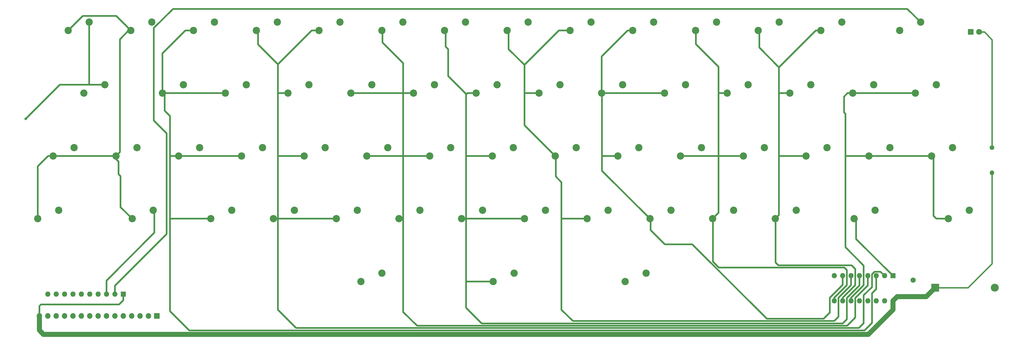
<source format=gbr>
%TF.GenerationSoftware,KiCad,Pcbnew,7.0.7*%
%TF.CreationDate,2024-01-28T23:49:52+00:00*%
%TF.ProjectId,Lynx-Keyboard,4c796e78-2d4b-4657-9962-6f6172642e6b,rev?*%
%TF.SameCoordinates,Original*%
%TF.FileFunction,Copper,L1,Top*%
%TF.FilePolarity,Positive*%
%FSLAX46Y46*%
G04 Gerber Fmt 4.6, Leading zero omitted, Abs format (unit mm)*
G04 Created by KiCad (PCBNEW 7.0.7) date 2024-01-28 23:49:52*
%MOMM*%
%LPD*%
G01*
G04 APERTURE LIST*
%TA.AperFunction,ComponentPad*%
%ADD10R,1.800000X1.800000*%
%TD*%
%TA.AperFunction,ComponentPad*%
%ADD11C,1.800000*%
%TD*%
%TA.AperFunction,ComponentPad*%
%ADD12R,2.400000X2.400000*%
%TD*%
%TA.AperFunction,ComponentPad*%
%ADD13O,2.400000X2.400000*%
%TD*%
%TA.AperFunction,ComponentPad*%
%ADD14C,2.200000*%
%TD*%
%TA.AperFunction,ComponentPad*%
%ADD15R,1.600000X1.600000*%
%TD*%
%TA.AperFunction,ComponentPad*%
%ADD16O,1.600000X1.600000*%
%TD*%
%TA.AperFunction,ComponentPad*%
%ADD17C,1.600000*%
%TD*%
%TA.AperFunction,ComponentPad*%
%ADD18C,1.400000*%
%TD*%
%TA.AperFunction,ComponentPad*%
%ADD19O,1.400000X1.400000*%
%TD*%
%TA.AperFunction,ComponentPad*%
%ADD20R,1.700000X1.700000*%
%TD*%
%TA.AperFunction,ComponentPad*%
%ADD21O,1.700000X1.700000*%
%TD*%
%TA.AperFunction,ViaPad*%
%ADD22C,0.800000*%
%TD*%
%TA.AperFunction,Conductor*%
%ADD23C,0.500000*%
%TD*%
%TA.AperFunction,Conductor*%
%ADD24C,0.400000*%
%TD*%
%TA.AperFunction,Conductor*%
%ADD25C,1.500000*%
%TD*%
G04 APERTURE END LIST*
D10*
%TO.P,D18,1,K*%
%TO.N,GND*%
X328600000Y-50690000D03*
D11*
%TO.P,D18,2,A*%
%TO.N,Net-(D18-A)*%
X331140000Y-50690000D03*
%TD*%
D12*
%TO.P,C2,1*%
%TO.N,+5V*%
X317850000Y-128112500D03*
D13*
%TO.P,C2,2*%
%TO.N,GND*%
X335850000Y-128112500D03*
%TD*%
D14*
%TO.P,SW41,1,A*%
%TO.N,ROW4*%
X76100000Y-85700000D03*
%TO.P,SW41,2,B*%
%TO.N,COL0*%
X69750000Y-88240000D03*
%TD*%
%TO.P,SW74,1,A*%
%TO.N,!RST*%
X313400000Y-47700000D03*
%TO.P,SW74,2,B*%
%TO.N,GND*%
X307050000Y-50240000D03*
%TD*%
%TO.P,SW5,1,A*%
%TO.N,ROW0*%
X175600000Y-47700000D03*
%TO.P,SW5,2,B*%
%TO.N,COL4*%
X169250000Y-50240000D03*
%TD*%
%TO.P,SW56,1,A*%
%TO.N,ROW5*%
X209100000Y-85700000D03*
%TO.P,SW56,2,B*%
%TO.N,COL5*%
X202750000Y-88240000D03*
%TD*%
%TO.P,SW4,1,A*%
%TO.N,ROW0*%
X156600000Y-47700000D03*
%TO.P,SW4,2,B*%
%TO.N,COL3*%
X150250000Y-50240000D03*
%TD*%
%TO.P,SW22,1,A*%
%TO.N,ROW2*%
X128200000Y-66700000D03*
%TO.P,SW22,2,B*%
%TO.N,COL1*%
X121850000Y-69240000D03*
%TD*%
%TO.P,SW44,1,A*%
%TO.N,ROW4*%
X171100000Y-85700000D03*
%TO.P,SW44,2,B*%
%TO.N,COL3*%
X164750000Y-88240000D03*
%TD*%
%TO.P,SW64,1,A*%
%TO.N,ROW6*%
X161800000Y-104700000D03*
%TO.P,SW64,2,B*%
%TO.N,COL3*%
X155450000Y-107240000D03*
%TD*%
%TO.P,SW72,1,A*%
%TO.N,ROW6*%
X150300000Y-123700000D03*
%TO.P,SW72,2,B*%
%TO.N,COL4*%
X143950000Y-126240000D03*
%TD*%
%TO.P,SW69,1,A*%
%TO.N,ROW6*%
X275800000Y-104700000D03*
%TO.P,SW69,2,B*%
%TO.N,COL8*%
X269450000Y-107240000D03*
%TD*%
%TO.P,SW71,1,A*%
%TO.N,ROW7*%
X81000000Y-104700000D03*
%TO.P,SW71,2,B*%
%TO.N,COL0*%
X74650000Y-107240000D03*
%TD*%
%TO.P,SW68,1,A*%
%TO.N,ROW6*%
X256800000Y-104700000D03*
%TO.P,SW68,2,B*%
%TO.N,COL7*%
X250450000Y-107240000D03*
%TD*%
%TO.P,SW66,1,A*%
%TO.N,ROW6*%
X218800000Y-104700000D03*
%TO.P,SW66,2,B*%
%TO.N,COL5*%
X212450000Y-107240000D03*
%TD*%
%TO.P,SW3,1,A*%
%TO.N,ROW0*%
X99600000Y-47700000D03*
%TO.P,SW3,2,B*%
%TO.N,COL2*%
X93250000Y-50240000D03*
%TD*%
%TO.P,SW18,1,A*%
%TO.N,ROW1*%
X261200000Y-66700000D03*
%TO.P,SW18,2,B*%
%TO.N,COL7*%
X254850000Y-69240000D03*
%TD*%
%TO.P,SW59,1,A*%
%TO.N,ROW5*%
X285100000Y-85700000D03*
%TO.P,SW59,2,B*%
%TO.N,COL8*%
X278750000Y-88240000D03*
%TD*%
D15*
%TO.P,IC1,1,~{Q0}*%
%TO.N,COL0*%
X305050000Y-124530000D03*
D16*
%TO.P,IC1,2,~{Q1}*%
%TO.N,COL1*%
X302510000Y-124530000D03*
%TO.P,IC1,3,~{Q2}*%
%TO.N,COL2*%
X299970000Y-124530000D03*
%TO.P,IC1,4,~{Q3}*%
%TO.N,COL3*%
X297430000Y-124530000D03*
%TO.P,IC1,5,~{Q4}*%
%TO.N,COL4*%
X294890000Y-124530000D03*
%TO.P,IC1,6,~{Q5}*%
%TO.N,COL5*%
X292350000Y-124530000D03*
%TO.P,IC1,7,~{Q6}*%
%TO.N,COL6*%
X289810000Y-124530000D03*
%TO.P,IC1,8,GND*%
%TO.N,GND*%
X287270000Y-124530000D03*
%TO.P,IC1,9,~{Q7}*%
%TO.N,COL7*%
X287270000Y-132150000D03*
%TO.P,IC1,10,~{Q8}*%
%TO.N,COL8*%
X289810000Y-132150000D03*
%TO.P,IC1,11,~{Q9}*%
%TO.N,COL9*%
X292350000Y-132150000D03*
%TO.P,IC1,12,D*%
%TO.N,/KBA3*%
X294890000Y-132150000D03*
%TO.P,IC1,13,C*%
%TO.N,/KBA2*%
X297430000Y-132150000D03*
%TO.P,IC1,14,B*%
%TO.N,/KBA1*%
X299970000Y-132150000D03*
%TO.P,IC1,15,A*%
%TO.N,/KBA0*%
X302510000Y-132150000D03*
%TO.P,IC1,16,VCC*%
%TO.N,+5V*%
X305050000Y-132150000D03*
%TD*%
D14*
%TO.P,SW53,1,A*%
%TO.N,ROW5*%
X95100000Y-85700000D03*
%TO.P,SW53,2,B*%
%TO.N,COL2*%
X88750000Y-88240000D03*
%TD*%
%TO.P,SW55,1,A*%
%TO.N,ROW5*%
X180800000Y-104700000D03*
%TO.P,SW55,2,B*%
%TO.N,COL4*%
X174450000Y-107240000D03*
%TD*%
%TO.P,SW75,1,A*%
%TO.N,ROW7*%
X299600000Y-104700000D03*
%TO.P,SW75,2,B*%
%TO.N,COL0*%
X293250000Y-107240000D03*
%TD*%
%TO.P,SW30,1,A*%
%TO.N,ROW2*%
X304100000Y-85700000D03*
%TO.P,SW30,2,B*%
%TO.N,COL9*%
X297750000Y-88240000D03*
%TD*%
%TO.P,SW51,1,A*%
%TO.N,ROW5*%
X57100000Y-85700000D03*
%TO.P,SW51,2,B*%
%TO.N,COL0*%
X50750000Y-88240000D03*
%TD*%
%TO.P,SW26,1,A*%
%TO.N,ROW2*%
X204200000Y-66700000D03*
%TO.P,SW26,2,B*%
%TO.N,COL5*%
X197850000Y-69240000D03*
%TD*%
%TO.P,SW45,1,A*%
%TO.N,ROW4*%
X199800000Y-104700000D03*
%TO.P,SW45,2,B*%
%TO.N,COL4*%
X193450000Y-107240000D03*
%TD*%
D17*
%TO.P,C1,1*%
%TO.N,GND*%
X311190000Y-125830000D03*
%TO.P,C1,2*%
%TO.N,+5V*%
X311190000Y-130830000D03*
%TD*%
D14*
%TO.P,SW15,1,A*%
%TO.N,ROW1*%
X185200000Y-66700000D03*
%TO.P,SW15,2,B*%
%TO.N,COL4*%
X178850000Y-69240000D03*
%TD*%
%TO.P,SW42,1,A*%
%TO.N,ROW4*%
X133100000Y-85700000D03*
%TO.P,SW42,2,B*%
%TO.N,COL1*%
X126750000Y-88240000D03*
%TD*%
%TO.P,SW2,1,A*%
%TO.N,ROW0*%
X118600000Y-47700000D03*
%TO.P,SW2,2,B*%
%TO.N,COL1*%
X112250000Y-50240000D03*
%TD*%
%TO.P,SW54,1,A*%
%TO.N,ROW5*%
X152100000Y-85700000D03*
%TO.P,SW54,2,B*%
%TO.N,COL3*%
X145750000Y-88240000D03*
%TD*%
%TO.P,SW23,1,A*%
%TO.N,ROW2*%
X109200000Y-66700000D03*
%TO.P,SW23,2,B*%
%TO.N,COL2*%
X102850000Y-69240000D03*
%TD*%
%TO.P,SW25,1,A*%
%TO.N,ROW2*%
X190100000Y-85700000D03*
%TO.P,SW25,2,B*%
%TO.N,COL4*%
X183750000Y-88240000D03*
%TD*%
%TO.P,SW6,1,A*%
%TO.N,ROW0*%
X194600000Y-47700000D03*
%TO.P,SW6,2,B*%
%TO.N,COL5*%
X188250000Y-50240000D03*
%TD*%
%TO.P,SW63,1,A*%
%TO.N,ROW6*%
X104800000Y-104700000D03*
%TO.P,SW63,2,B*%
%TO.N,COL2*%
X98450000Y-107240000D03*
%TD*%
%TO.P,SW65,1,A*%
%TO.N,ROW6*%
X190300000Y-123700000D03*
%TO.P,SW65,2,B*%
%TO.N,COL4*%
X183950000Y-126240000D03*
%TD*%
%TO.P,SW24,1,A*%
%TO.N,ROW2*%
X166200000Y-66700000D03*
%TO.P,SW24,2,B*%
%TO.N,COL3*%
X159850000Y-69240000D03*
%TD*%
%TO.P,SW28,1,A*%
%TO.N,ROW2*%
X247100000Y-85700000D03*
%TO.P,SW28,2,B*%
%TO.N,COL7*%
X240750000Y-88240000D03*
%TD*%
%TO.P,SW29,1,A*%
%TO.N,ROW2*%
X280200000Y-66700000D03*
%TO.P,SW29,2,B*%
%TO.N,COL8*%
X273850000Y-69240000D03*
%TD*%
%TO.P,SW70,1,A*%
%TO.N,ROW6*%
X328200000Y-104700000D03*
%TO.P,SW70,2,B*%
%TO.N,COL9*%
X321850000Y-107240000D03*
%TD*%
%TO.P,SW16,1,A*%
%TO.N,ROW1*%
X213600000Y-47700000D03*
%TO.P,SW16,2,B*%
%TO.N,COL5*%
X207250000Y-50240000D03*
%TD*%
%TO.P,SW60,1,A*%
%TO.N,ROW5*%
X323100000Y-85700000D03*
%TO.P,SW60,2,B*%
%TO.N,COL9*%
X316750000Y-88240000D03*
%TD*%
%TO.P,SW43,1,A*%
%TO.N,ROW4*%
X114100000Y-85700000D03*
%TO.P,SW43,2,B*%
%TO.N,COL2*%
X107750000Y-88240000D03*
%TD*%
D15*
%TO.P,RN1,1,common*%
%TO.N,+5V*%
X71960000Y-130080000D03*
D16*
%TO.P,RN1,2,R1*%
%TO.N,!RST*%
X69420000Y-130080000D03*
%TO.P,RN1,3,R2*%
%TO.N,ROW7*%
X66880000Y-130080000D03*
%TO.P,RN1,4,R3*%
%TO.N,ROW6*%
X64340000Y-130080000D03*
%TO.P,RN1,5,R4*%
%TO.N,ROW5*%
X61800000Y-130080000D03*
%TO.P,RN1,6,R5*%
%TO.N,ROW4*%
X59260000Y-130080000D03*
%TO.P,RN1,7,R6*%
%TO.N,ROW3*%
X56720000Y-130080000D03*
%TO.P,RN1,8,R7*%
%TO.N,ROW2*%
X54180000Y-130080000D03*
%TO.P,RN1,9,R8*%
%TO.N,ROW1*%
X51640000Y-130080000D03*
%TO.P,RN1,10,R9*%
%TO.N,ROW0*%
X49100000Y-130080000D03*
%TD*%
D14*
%TO.P,SW13,1,A*%
%TO.N,ROW1*%
X90200000Y-66700000D03*
%TO.P,SW13,2,B*%
%TO.N,COL2*%
X83850000Y-69240000D03*
%TD*%
%TO.P,SW1,1,A*%
%TO.N,ROW0*%
X80600000Y-47700000D03*
%TO.P,SW1,2,B*%
%TO.N,COL0*%
X74250000Y-50240000D03*
%TD*%
%TO.P,SW62,1,A*%
%TO.N,ROW6*%
X123800000Y-104700000D03*
%TO.P,SW62,2,B*%
%TO.N,COL1*%
X117450000Y-107240000D03*
%TD*%
%TO.P,SW7,1,A*%
%TO.N,ROW0*%
X232600000Y-47700000D03*
%TO.P,SW7,2,B*%
%TO.N,COL6*%
X226250000Y-50240000D03*
%TD*%
D18*
%TO.P,R18,1*%
%TO.N,Net-(D18-A)*%
X335060000Y-85710000D03*
D19*
%TO.P,R18,2*%
%TO.N,+5V*%
X335060000Y-93330000D03*
%TD*%
D14*
%TO.P,SW67,1,A*%
%TO.N,ROW6*%
X237800000Y-104700000D03*
%TO.P,SW67,2,B*%
%TO.N,COL6*%
X231450000Y-107240000D03*
%TD*%
%TO.P,SW19,1,A*%
%TO.N,ROW1*%
X289600000Y-47700000D03*
%TO.P,SW19,2,B*%
%TO.N,COL8*%
X283250000Y-50240000D03*
%TD*%
%TO.P,SW58,1,A*%
%TO.N,ROW5*%
X266100000Y-85700000D03*
%TO.P,SW58,2,B*%
%TO.N,COL7*%
X259750000Y-88240000D03*
%TD*%
%TO.P,SW14,1,A*%
%TO.N,ROW1*%
X147200000Y-66700000D03*
%TO.P,SW14,2,B*%
%TO.N,COL3*%
X140850000Y-69240000D03*
%TD*%
%TO.P,SW20,1,A*%
%TO.N,ROW1*%
X299200000Y-66700000D03*
%TO.P,SW20,2,B*%
%TO.N,COL9*%
X292850000Y-69240000D03*
%TD*%
%TO.P,SW73,1,A*%
%TO.N,ROW6*%
X230300000Y-123700000D03*
%TO.P,SW73,2,B*%
%TO.N,COL4*%
X223950000Y-126240000D03*
%TD*%
%TO.P,SW17,1,A*%
%TO.N,ROW1*%
X223200000Y-66700000D03*
%TO.P,SW17,2,B*%
%TO.N,COL6*%
X216850000Y-69240000D03*
%TD*%
%TO.P,SW8,1,A*%
%TO.N,ROW0*%
X251600000Y-47700000D03*
%TO.P,SW8,2,B*%
%TO.N,COL7*%
X245250000Y-50240000D03*
%TD*%
D20*
%TO.P,PL1,1,Pin_1*%
%TO.N,GND*%
X82130000Y-136650000D03*
D21*
%TO.P,PL1,2,Pin_2*%
%TO.N,/KBA0*%
X79590000Y-136650000D03*
%TO.P,PL1,3,Pin_3*%
%TO.N,/KBA1*%
X77050000Y-136650000D03*
%TO.P,PL1,4,Pin_4*%
%TO.N,/KBA2*%
X74510000Y-136650000D03*
%TO.P,PL1,5,Pin_5*%
%TO.N,/KBA3*%
X71970000Y-136650000D03*
%TO.P,PL1,6,Pin_6*%
%TO.N,!RST*%
X69430000Y-136650000D03*
%TO.P,PL1,7,Pin_7*%
%TO.N,ROW7*%
X66890000Y-136650000D03*
%TO.P,PL1,8,Pin_8*%
%TO.N,ROW6*%
X64350000Y-136650000D03*
%TO.P,PL1,9,Pin_9*%
%TO.N,ROW5*%
X61810000Y-136650000D03*
%TO.P,PL1,10,Pin_10*%
%TO.N,ROW4*%
X59270000Y-136650000D03*
%TO.P,PL1,11,Pin_11*%
%TO.N,ROW3*%
X56730000Y-136650000D03*
%TO.P,PL1,12,Pin_12*%
%TO.N,ROW2*%
X54190000Y-136650000D03*
%TO.P,PL1,13,Pin_13*%
%TO.N,ROW1*%
X51650000Y-136650000D03*
%TO.P,PL1,14,Pin_14*%
%TO.N,ROW0*%
X49110000Y-136650000D03*
%TO.P,PL1,15,Pin_15*%
%TO.N,+5V*%
X46570000Y-136650000D03*
%TD*%
D14*
%TO.P,SW33,1,A*%
%TO.N,ROW3*%
X66400000Y-66700000D03*
%TO.P,SW33,2,B*%
%TO.N,COL2*%
X60050000Y-69240000D03*
%TD*%
%TO.P,SW9,1,A*%
%TO.N,ROW0*%
X270600000Y-47700000D03*
%TO.P,SW9,2,B*%
%TO.N,COL8*%
X264250000Y-50240000D03*
%TD*%
%TO.P,SW52,1,A*%
%TO.N,ROW5*%
X142800000Y-104700000D03*
%TO.P,SW52,2,B*%
%TO.N,COL1*%
X136450000Y-107240000D03*
%TD*%
%TO.P,SW31,1,A*%
%TO.N,ROW3*%
X61600000Y-47700000D03*
%TO.P,SW31,2,B*%
%TO.N,COL0*%
X55250000Y-50240000D03*
%TD*%
%TO.P,SW61,1,A*%
%TO.N,ROW6*%
X52400000Y-104700000D03*
%TO.P,SW61,2,B*%
%TO.N,COL0*%
X46050000Y-107240000D03*
%TD*%
%TO.P,SW12,1,A*%
%TO.N,ROW1*%
X137600000Y-47700000D03*
%TO.P,SW12,2,B*%
%TO.N,COL1*%
X131250000Y-50240000D03*
%TD*%
%TO.P,SW57,1,A*%
%TO.N,ROW5*%
X228100000Y-85700000D03*
%TO.P,SW57,2,B*%
%TO.N,COL6*%
X221750000Y-88240000D03*
%TD*%
%TO.P,SW10,1,A*%
%TO.N,ROW0*%
X318200000Y-66700000D03*
%TO.P,SW10,2,B*%
%TO.N,COL9*%
X311850000Y-69240000D03*
%TD*%
%TO.P,SW27,1,A*%
%TO.N,ROW2*%
X242200000Y-66700000D03*
%TO.P,SW27,2,B*%
%TO.N,COL6*%
X235850000Y-69240000D03*
%TD*%
D22*
%TO.N,ROW3*%
X42410000Y-77000000D03*
%TD*%
D23*
%TO.N,COL6*%
X231680000Y-107470000D02*
X231450000Y-107240000D01*
X231680000Y-110660000D02*
X231680000Y-107470000D01*
X266860050Y-137550000D02*
X244290050Y-114980000D01*
X244290050Y-114980000D02*
X236000000Y-114980000D01*
X284030000Y-137550000D02*
X266860050Y-137550000D01*
X285910000Y-135670000D02*
X284030000Y-137550000D01*
X285910000Y-131180000D02*
X285910000Y-135670000D01*
X289810000Y-127280000D02*
X285910000Y-131180000D01*
X289810000Y-124530000D02*
X289810000Y-127280000D01*
X236000000Y-114980000D02*
X231680000Y-110660000D01*
%TO.N,COL5*%
X287270000Y-138250000D02*
X208090000Y-138250000D01*
X288560000Y-136960000D02*
X287270000Y-138250000D01*
X204670000Y-134830000D02*
X204670000Y-107220000D01*
X288560000Y-131180000D02*
X288560000Y-136960000D01*
X292350000Y-127390000D02*
X288560000Y-131180000D01*
X208090000Y-138250000D02*
X204670000Y-134830000D01*
X292350000Y-124530000D02*
X292350000Y-127390000D01*
%TO.N,COL4*%
X175760000Y-134190000D02*
X175760000Y-126290000D01*
X289840000Y-138950000D02*
X180520000Y-138950000D01*
X291100000Y-131260000D02*
X291100000Y-137690000D01*
X291100000Y-137690000D02*
X289840000Y-138950000D01*
X294890000Y-127470000D02*
X291100000Y-131260000D01*
X294890000Y-124530000D02*
X294890000Y-127470000D01*
X180520000Y-138950000D02*
X175760000Y-134190000D01*
%TO.N,COL3*%
X160930000Y-139650000D02*
X156760000Y-135480000D01*
X293600000Y-137220000D02*
X291170000Y-139650000D01*
X293600000Y-131250000D02*
X293600000Y-137220000D01*
X297430000Y-127420000D02*
X293600000Y-131250000D01*
X291170000Y-139650000D02*
X160930000Y-139650000D01*
X297430000Y-124530000D02*
X297430000Y-127420000D01*
X156760000Y-135480000D02*
X156760000Y-107280000D01*
%TO.N,COL1*%
X118760000Y-134850000D02*
X118760000Y-107240000D01*
X124260000Y-140350000D02*
X118760000Y-134850000D01*
X298680000Y-124052233D02*
X298680000Y-127930000D01*
X296180000Y-130430000D02*
X296180000Y-138910000D01*
X299452233Y-123280000D02*
X298680000Y-124052233D01*
X298680000Y-127930000D02*
X296180000Y-130430000D01*
X301260000Y-123280000D02*
X299452233Y-123280000D01*
X294740000Y-140350000D02*
X124260000Y-140350000D01*
X302510000Y-124530000D02*
X301260000Y-123280000D01*
X296180000Y-138910000D02*
X294740000Y-140350000D01*
%TO.N,COL2*%
X86080000Y-135210050D02*
X86080000Y-107300000D01*
X296400000Y-141050000D02*
X91919950Y-141050000D01*
X298680000Y-138770000D02*
X296400000Y-141050000D01*
X298680000Y-129850000D02*
X298680000Y-138770000D01*
X91919950Y-141050000D02*
X86080000Y-135210050D01*
X299970000Y-128560000D02*
X298680000Y-129850000D01*
X299970000Y-124530000D02*
X299970000Y-128560000D01*
D24*
%TO.N,Net-(D18-A)*%
X332750000Y-50690000D02*
X331140000Y-50690000D01*
X335060000Y-85710000D02*
X335060000Y-53000000D01*
X335060000Y-53000000D02*
X332750000Y-50690000D01*
%TO.N,+5V*%
X335060000Y-120810000D02*
X327757500Y-128112500D01*
X327757500Y-128112500D02*
X317850000Y-128112500D01*
X335060000Y-93330000D02*
X335060000Y-120810000D01*
D25*
X315132500Y-130830000D02*
X317850000Y-128112500D01*
X311190000Y-130830000D02*
X315132500Y-130830000D01*
X47780000Y-142250000D02*
X46570000Y-141040000D01*
X297580000Y-142250000D02*
X47780000Y-142250000D01*
X305050000Y-134780000D02*
X297580000Y-142250000D01*
X305050000Y-132150000D02*
X305050000Y-134780000D01*
X46570000Y-141040000D02*
X46570000Y-136650000D01*
D23*
%TO.N,COL7*%
X290310000Y-122040000D02*
X252340000Y-122040000D01*
X250530000Y-120230000D02*
X250530000Y-107320000D01*
X291060000Y-127400000D02*
X291060000Y-122790000D01*
X291060000Y-122790000D02*
X290310000Y-122040000D01*
X252340000Y-122040000D02*
X250530000Y-120230000D01*
X287270000Y-131190000D02*
X291060000Y-127400000D01*
X287270000Y-132150000D02*
X287270000Y-131190000D01*
X250530000Y-107320000D02*
X250450000Y-107240000D01*
%TO.N,COL8*%
X269530000Y-107320000D02*
X269450000Y-107240000D01*
X270370000Y-121340000D02*
X269530000Y-120500000D01*
X293640000Y-127380000D02*
X293640000Y-122440000D01*
X293640000Y-122440000D02*
X292540000Y-121340000D01*
X292540000Y-121340000D02*
X270370000Y-121340000D01*
X289810000Y-131210000D02*
X293640000Y-127380000D01*
X269530000Y-120500000D02*
X269530000Y-107320000D01*
X289810000Y-132150000D02*
X289810000Y-131210000D01*
%TO.N,COL9*%
X290630000Y-115890000D02*
X290630000Y-88300000D01*
X296160000Y-121420000D02*
X290630000Y-115890000D01*
X296160000Y-127400000D02*
X296160000Y-121420000D01*
X292350000Y-131210000D02*
X296160000Y-127400000D01*
X292350000Y-132150000D02*
X292350000Y-131210000D01*
%TO.N,+5V*%
X71960000Y-131980000D02*
X70700000Y-133240000D01*
X47020000Y-133240000D02*
X46570000Y-133690000D01*
D25*
X311190000Y-130830000D02*
X306370000Y-130830000D01*
D23*
X71960000Y-130080000D02*
X71960000Y-131980000D01*
X46570000Y-133690000D02*
X46570000Y-136650000D01*
X70700000Y-133240000D02*
X47020000Y-133240000D01*
D25*
X306370000Y-130830000D02*
X305050000Y-132150000D01*
D23*
%TO.N,!RST*%
X69420000Y-130080000D02*
X69420000Y-127560000D01*
X69420000Y-127560000D02*
X85110000Y-111870000D01*
X87030000Y-43700000D02*
X309400000Y-43700000D01*
X81230000Y-77500000D02*
X81230000Y-49500000D01*
X81230000Y-49500000D02*
X87030000Y-43700000D01*
X85110000Y-81380000D02*
X81230000Y-77500000D01*
X85110000Y-111870000D02*
X85110000Y-81380000D01*
X309400000Y-43700000D02*
X313400000Y-47700000D01*
%TO.N,ROW7*%
X81400000Y-111470000D02*
X81400000Y-105100000D01*
X66880000Y-125990000D02*
X81400000Y-111470000D01*
X66880000Y-130080000D02*
X66880000Y-125990000D01*
X81400000Y-105100000D02*
X81000000Y-104700000D01*
%TO.N,ROW3*%
X52710000Y-66700000D02*
X61570000Y-66700000D01*
X61600000Y-66670000D02*
X61570000Y-66700000D01*
X61570000Y-66700000D02*
X66400000Y-66700000D01*
X61600000Y-47700000D02*
X61600000Y-66670000D01*
X42410000Y-77000000D02*
X52710000Y-66700000D01*
%TO.N,COL6*%
X216930000Y-92720000D02*
X216930000Y-88340000D01*
X216930000Y-88340000D02*
X216930000Y-69320000D01*
X217030000Y-88240000D02*
X216930000Y-88340000D01*
X224694366Y-50240000D02*
X226250000Y-50240000D01*
X216850000Y-58084366D02*
X224694366Y-50240000D01*
X231450000Y-107240000D02*
X216930000Y-92720000D01*
X216930000Y-69320000D02*
X216850000Y-69240000D01*
X216850000Y-69240000D02*
X235850000Y-69240000D01*
X221750000Y-88240000D02*
X217030000Y-88240000D01*
X216850000Y-69240000D02*
X216850000Y-58084366D01*
%TO.N,COL7*%
X240750000Y-88240000D02*
X252340000Y-88240000D01*
X252230000Y-69290000D02*
X252230000Y-61280000D01*
X252280000Y-69240000D02*
X252230000Y-69290000D01*
X245330000Y-50320000D02*
X245250000Y-50240000D01*
X259750000Y-88240000D02*
X252340000Y-88240000D01*
X254850000Y-69240000D02*
X252280000Y-69240000D01*
X252340000Y-88240000D02*
X252230000Y-88130000D01*
X252230000Y-105460000D02*
X252230000Y-88130000D01*
X245330000Y-54380000D02*
X245330000Y-50320000D01*
X252230000Y-88130000D02*
X252230000Y-69290000D01*
X252230000Y-61280000D02*
X245330000Y-54380000D01*
X250450000Y-107240000D02*
X252230000Y-105460000D01*
%TO.N,COL8*%
X270559999Y-69240000D02*
X270549999Y-69230000D01*
X270549999Y-69230000D02*
X270549999Y-61384367D01*
X264250000Y-50240000D02*
X264610000Y-50600000D01*
X264610000Y-55444368D02*
X270549999Y-61384367D01*
X270639999Y-88240000D02*
X270549999Y-88330000D01*
X270549999Y-106140001D02*
X270549999Y-88330000D01*
X270549999Y-61384367D02*
X281694366Y-50240000D01*
X281694366Y-50240000D02*
X283250000Y-50240000D01*
X269450000Y-107240000D02*
X270549999Y-106140001D01*
X273850000Y-69240000D02*
X270559999Y-69240000D01*
X278750000Y-88240000D02*
X270639999Y-88240000D01*
X264610000Y-50600000D02*
X264610000Y-55444368D01*
X270549999Y-88330000D02*
X270549999Y-69230000D01*
%TO.N,COL9*%
X290630000Y-75440000D02*
X290230000Y-75040000D01*
X290230000Y-75040000D02*
X290230000Y-70304366D01*
X291294366Y-69240000D02*
X292850000Y-69240000D01*
X297750000Y-88240000D02*
X290690000Y-88240000D01*
X321850000Y-107240000D02*
X318220000Y-107240000D01*
X317330000Y-88820000D02*
X316750000Y-88240000D01*
X290630000Y-88300000D02*
X290630000Y-75440000D01*
X290690000Y-88240000D02*
X290630000Y-88300000D01*
X318220000Y-107240000D02*
X317330000Y-106350000D01*
X317330000Y-106350000D02*
X317330000Y-88820000D01*
X297750000Y-88240000D02*
X316750000Y-88240000D01*
X292850000Y-69240000D02*
X311850000Y-69240000D01*
X290230000Y-70304366D02*
X291294366Y-69240000D01*
%TO.N,COL5*%
X202930000Y-88420000D02*
X202750000Y-88240000D01*
X212450000Y-107240000D02*
X204690000Y-107240000D01*
X193460000Y-78950000D02*
X193460000Y-69360000D01*
X188650000Y-50640000D02*
X188250000Y-50240000D01*
X202750000Y-88240000D02*
X193460000Y-78950000D01*
X197850000Y-69240000D02*
X193580000Y-69240000D01*
X193580000Y-69240000D02*
X193460000Y-69360000D01*
X204670000Y-96200000D02*
X202930000Y-94460000D01*
X188650000Y-55870000D02*
X188650000Y-50640000D01*
X204670000Y-107220000D02*
X204670000Y-96200000D01*
X202930000Y-94460000D02*
X202930000Y-88420000D01*
X193460000Y-69360000D02*
X193460000Y-60680000D01*
X203900000Y-50240000D02*
X207250000Y-50240000D01*
X193460000Y-60680000D02*
X188650000Y-55870000D01*
X204690000Y-107240000D02*
X204670000Y-107220000D01*
X193460000Y-60680000D02*
X203900000Y-50240000D01*
%TO.N,COL4*%
X170349999Y-64039999D02*
X170349999Y-55909999D01*
X169580000Y-50570000D02*
X169250000Y-50240000D01*
X175810000Y-126240000D02*
X175760000Y-126290000D01*
X175760000Y-69660000D02*
X175760000Y-69450000D01*
X175760000Y-88200000D02*
X175760000Y-69660000D01*
X178850000Y-69240000D02*
X176180000Y-69240000D01*
X176180000Y-69240000D02*
X175760000Y-69660000D01*
X183950000Y-126240000D02*
X175810000Y-126240000D01*
X175740000Y-107240000D02*
X193450000Y-107240000D01*
X175760000Y-107220000D02*
X175760000Y-88200000D01*
X175740000Y-107240000D02*
X175760000Y-107220000D01*
X174450000Y-107240000D02*
X175740000Y-107240000D01*
X183750000Y-88240000D02*
X175800000Y-88240000D01*
X169580000Y-55140000D02*
X169580000Y-50570000D01*
X170349999Y-55909999D02*
X169580000Y-55140000D01*
X175760000Y-126290000D02*
X175760000Y-107220000D01*
X175800000Y-88240000D02*
X175760000Y-88200000D01*
X175760000Y-69450000D02*
X170349999Y-64039999D01*
%TO.N,COL3*%
X150470000Y-50460000D02*
X150470000Y-53860000D01*
X150250000Y-50240000D02*
X150470000Y-50460000D01*
X156760000Y-60150000D02*
X151560000Y-54950000D01*
X156760000Y-60680000D02*
X156760000Y-60150000D01*
X159850000Y-69240000D02*
X156800000Y-69240000D01*
X156800000Y-69240000D02*
X156760000Y-69280000D01*
X156760000Y-88160000D02*
X156760000Y-69280000D01*
X164750000Y-88240000D02*
X156840000Y-88240000D01*
X156760000Y-107280000D02*
X156760000Y-88160000D01*
X156800000Y-69240000D02*
X140850000Y-69240000D01*
X156840000Y-88240000D02*
X156760000Y-88160000D01*
X155450000Y-107240000D02*
X156720000Y-107240000D01*
X156760000Y-88160000D02*
X156680000Y-88240000D01*
X156680000Y-88240000D02*
X145750000Y-88240000D01*
X156760000Y-69280000D02*
X156760000Y-60680000D01*
X150470000Y-53860000D02*
X151560000Y-54950000D01*
X156720000Y-107240000D02*
X156760000Y-107280000D01*
%TO.N,COL2*%
X86080000Y-76150000D02*
X84460000Y-74530000D01*
X88750000Y-88240000D02*
X86240000Y-88240000D01*
X83850000Y-69240000D02*
X83850000Y-57150000D01*
X86080000Y-88400000D02*
X86080000Y-76150000D01*
X98450000Y-107240000D02*
X86140000Y-107240000D01*
X84460000Y-74530000D02*
X84460000Y-69850000D01*
X107750000Y-88240000D02*
X88750000Y-88240000D01*
X84460000Y-69850000D02*
X83850000Y-69240000D01*
X83850000Y-57150000D02*
X90760000Y-50240000D01*
X86240000Y-88240000D02*
X86080000Y-88400000D01*
X102850000Y-69240000D02*
X83850000Y-69240000D01*
X86080000Y-107300000D02*
X86080000Y-88400000D01*
X90760000Y-50240000D02*
X93250000Y-50240000D01*
X86140000Y-107240000D02*
X86080000Y-107300000D01*
%TO.N,COL1*%
X118760000Y-88100000D02*
X118760000Y-69120000D01*
X118760000Y-107240000D02*
X118760000Y-88100000D01*
X118760000Y-60490000D02*
X129010000Y-50240000D01*
X118880000Y-69240000D02*
X118760000Y-69120000D01*
X118760000Y-107240000D02*
X117450000Y-107240000D01*
X136450000Y-107240000D02*
X118760000Y-107240000D01*
X112760000Y-54490000D02*
X118760000Y-60490000D01*
X118900000Y-88240000D02*
X118760000Y-88100000D01*
X126750000Y-88240000D02*
X118900000Y-88240000D01*
X121850000Y-69240000D02*
X118880000Y-69240000D01*
X112250000Y-50240000D02*
X112760000Y-50750000D01*
X118760000Y-69120000D02*
X118760000Y-60490000D01*
X112760000Y-50750000D02*
X112760000Y-54490000D01*
X129010000Y-50240000D02*
X131250000Y-50240000D01*
%TO.N,COL0*%
X69750000Y-89190000D02*
X70500000Y-89940000D01*
X293880000Y-113360000D02*
X305050000Y-124530000D01*
X69750000Y-88240000D02*
X70920000Y-87070000D01*
X59680000Y-45810000D02*
X55250000Y-50240000D01*
X69820000Y-45810000D02*
X59680000Y-45810000D01*
X69750000Y-88240000D02*
X69750000Y-89190000D01*
X71140000Y-94360000D02*
X71140000Y-103730000D01*
X70500000Y-89940000D02*
X70500000Y-93720000D01*
X49194366Y-88240000D02*
X50750000Y-88240000D01*
X71140000Y-103730000D02*
X74650000Y-107240000D01*
X70500000Y-93720000D02*
X71140000Y-94360000D01*
X293880000Y-107870000D02*
X293880000Y-113360000D01*
X50750000Y-88240000D02*
X69750000Y-88240000D01*
X74250000Y-50240000D02*
X69820000Y-45810000D01*
X70920000Y-87070000D02*
X70920000Y-52930812D01*
X46050000Y-107240000D02*
X46050000Y-91384366D01*
X73610812Y-50240000D02*
X74250000Y-50240000D01*
X70920000Y-52930812D02*
X73610812Y-50240000D01*
X46050000Y-91384366D02*
X49194366Y-88240000D01*
X293250000Y-107240000D02*
X293880000Y-107870000D01*
%TD*%
M02*

</source>
